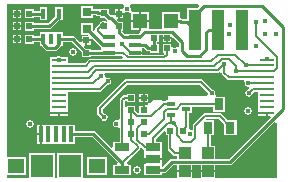
<source format=gbl>
G04 ================== begin FILE IDENTIFICATION RECORD ==================*
G04 Layout Name:  ETDS_PCB_AN_V1_2.brd*
G04 Film Name:    BOTTOM*
G04 File Format:  Gerber RS274X*
G04 File Origin:  Cadence Allegro 16.6-S034*
G04 Origin Date:  Mon Mar 16 22:09:46 2015*
G04 *
G04 Layer:  VIA CLASS/BOTTOM*
G04 Layer:  PIN/BOTTOM*
G04 Layer:  ETCH/BOTTOM*
G04 *
G04 Offset:    (0.00 0.00)*
G04 Mirror:    No*
G04 Mode:      Positive*
G04 Rotation:  0*
G04 FullContactRelief:  No*
G04 UndefLineWidth:     5.00*
G04 ================== end FILE IDENTIFICATION RECORD ====================*
%FSLAX25Y25*MOIN*%
%IR0*IPPOS*OFA0.00000B0.00000*MIA0B0*SFA1.00000B1.00000*%
%ADD11C,.016*%
%ADD25R,.03937X.138*%
%ADD13R,.0748X.0748*%
%ADD19R,.04X.012*%
%ADD14R,.05X.01*%
%ADD21R,.05X.05*%
%ADD23R,.0315X.04*%
%ADD16R,.016X.036*%
%ADD20R,.028X.028*%
%ADD18R,.019X.019*%
%ADD17R,.049X.025*%
%ADD12R,.019X.019*%
%ADD24R,.025X.01574*%
%ADD22R,.039X.039*%
%ADD15R,.01574X.05314*%
%ADD10R,.05709X.05118*%
%ADD26C,.01*%
%ADD27C,.005*%
%ADD28C,.008*%
%ADD30C,.02604*%
%ADD31R,.06712X.0612*%
%ADD29R,.02904X.02904*%
G75*
%LPD*%
G75*
G36*
G01X749851Y1654901D02*
Y1655790D01*
X755956D01*
Y1661910D01*
X749851D01*
Y1712699D01*
X788525D01*
G02X788827Y1712038I-1J-400D01*
G03X788512Y1711243I986J-851D01*
G01X788504Y1711052D01*
X785648D01*
Y1709233D01*
G02X784966Y1708951I-400J1D01*
G01X784873Y1709044D01*
X784273D01*
X783652Y1709665D01*
Y1711152D01*
X780748D01*
Y1711101D01*
G02X780407Y1710959I-200J0D01*
G01X780265Y1711102D01*
X778302D01*
Y1712002D01*
X774498D01*
Y1708198D01*
X778302D01*
Y1709098D01*
X779435D01*
X779835Y1708698D01*
X780748D01*
Y1708248D01*
X782235D01*
X783191Y1707293D01*
G02X783049Y1706952I-142J-141D01*
G01X782771D01*
G03X782100Y1707252I-672J-602D01*
G01X781477D01*
X781177Y1706952D01*
X780748D01*
Y1706523D01*
X779148Y1704922D01*
Y1704134D01*
G02X778465Y1703852I-400J1D01*
G01X778302Y1704015D01*
Y1706402D01*
X774498D01*
Y1702598D01*
X776885D01*
X776991Y1702493D01*
G02X776849Y1702152I-142J-141D01*
G01X774748D01*
Y1700333D01*
G02X774066Y1700051I-400J1D01*
G01X772115Y1702002D01*
X768329D01*
Y1703302D01*
X760607D01*
Y1702002D01*
X758652D01*
Y1702452D01*
X755748D01*
Y1699548D01*
X758652D01*
Y1699998D01*
X760607D01*
Y1698698D01*
X761339D01*
X762838Y1697198D01*
X766098D01*
X767597Y1698698D01*
X768329D01*
Y1699998D01*
X771285D01*
X774748Y1696535D01*
Y1695048D01*
X777652D01*
Y1695498D01*
X781098D01*
Y1695398D01*
X786102D01*
Y1695598D01*
X788154D01*
X788468Y1695284D01*
G02X788185Y1694602I-283J-282D01*
G01X777127D01*
X775624Y1693098D01*
X769952D01*
Y1695168D01*
X767766D01*
G03X766102I-832J-1002D01*
G01X763948D01*
Y1675444D01*
X769952D01*
Y1683420D01*
X780994D01*
X783239Y1685664D01*
X783317Y1685667D01*
G03X782802Y1688184I-49J1301D01*
G02X782269Y1688647I-143J373D01*
G03X782253Y1689290I-1269J290D01*
G02X782638Y1689798I385J108D01*
G01X820373D01*
X820590Y1690015D01*
G02X821272Y1689732I282J-283D01*
G01Y1689553D01*
X823368Y1687458D01*
X828530D01*
G02X828899Y1686903I0J-400D01*
G03X830145Y1685099I1201J-503D01*
G02X830441Y1684416I13J-400D01*
G01X830329Y1684304D01*
X830251Y1684301D01*
G03X831601Y1682951I49J-1301D01*
G01X831604Y1683029D01*
X832094Y1683520D01*
X833298D01*
Y1675544D01*
X837362D01*
G02X837644Y1674861I-1J-400D01*
G01X823785Y1661002D01*
X819252D01*
Y1665452D01*
X817702D01*
Y1668960D01*
X818816D01*
Y1673964D01*
X816151D01*
G02X816010Y1674305I0J200D01*
G01X816203Y1674498D01*
X820334D01*
X822144Y1672689D01*
Y1668960D01*
X826296D01*
Y1673964D01*
X823418D01*
X821080Y1676302D01*
X815457D01*
X811668Y1672513D01*
Y1671004D01*
G02X811135Y1670627I-400J0D01*
G03X810732Y1670702I-437J-1227D01*
G02X810414Y1671330I10J400D01*
G01Y1673888D01*
X810498Y1673972D01*
Y1675831D01*
X810414Y1675915D01*
Y1676340D01*
X811264D01*
Y1678434D01*
X818404D01*
Y1676834D01*
X822556D01*
Y1681838D01*
X819573D01*
G02X819219Y1682424I0J400D01*
G03X818117Y1684333I-1151J608D01*
G01X818039Y1684336D01*
X814673Y1687702D01*
X789127D01*
X779884Y1678458D01*
Y1676015D01*
X780896Y1675002D01*
X780899Y1674924D01*
G03X782249Y1676274I1301J49D01*
G01X782171Y1676277D01*
X781686Y1676761D01*
Y1677712D01*
X789873Y1685898D01*
X813927D01*
X816764Y1683061D01*
X816767Y1682983D01*
G03X816824Y1682648I1301J49D01*
G02X816442Y1682130I-382J-118D01*
G01X803637D01*
G03X803354Y1681448I0J-400D01*
G01X803576Y1681226D01*
G02X803434Y1680884I-141J-142D01*
G01X802642D01*
Y1680498D01*
X801754D01*
X801422Y1680830D01*
X798555D01*
X797423Y1679698D01*
X796752D01*
Y1682952D01*
X793848D01*
Y1680048D01*
X796652D01*
Y1679148D01*
X795023D01*
X794726Y1678852D01*
X793848D01*
Y1676452D01*
X793323D01*
X792552Y1677223D01*
Y1678852D01*
X789648D01*
Y1678690D01*
X789448Y1678490D01*
G03X789375Y1678477I-2J-200D01*
G01X789340Y1678463D01*
X789102D01*
Y1680377D01*
X789323Y1680598D01*
X789648D01*
Y1680048D01*
X792552D01*
Y1682952D01*
X789648D01*
Y1682402D01*
X788577D01*
X787298Y1681123D01*
Y1674424D01*
G02X786746Y1674054I-400J0D01*
G03Y1671646I-496J-1204D01*
G02X787298Y1671276I152J-370D01*
G01Y1666752D01*
X785248D01*
Y1665103D01*
G02X784566Y1664821I-400J1D01*
G01X779005Y1670382D01*
X772509D01*
Y1672539D01*
X759691D01*
Y1666221D01*
X772509D01*
Y1668378D01*
X778175D01*
X786599Y1659954D01*
G02X786317Y1659272I-283J-282D01*
G01X785248D01*
Y1655768D01*
X791152D01*
Y1659272D01*
X789942D01*
G02X789659Y1659954I0J400D01*
G01X794252Y1664547D01*
Y1664691D01*
G02X794593Y1664832I200J0D01*
G01X795327Y1664098D01*
X795548D01*
Y1655768D01*
X801452D01*
Y1656518D01*
X802565D01*
X805045Y1658998D01*
X806548D01*
Y1654901D01*
X775022D01*
Y1663092D01*
X766538D01*
Y1654901D01*
X765662D01*
Y1663092D01*
X757178D01*
Y1654901D01*
X749851D01*
G37*
G36*
G01X777652Y1697502D02*
Y1697952D01*
X776165D01*
X775551Y1698566D01*
G02X775833Y1699248I283J282D01*
G01X777652D01*
Y1700867D01*
G02X778334Y1701149I400J-1D01*
G01X781098Y1698385D01*
Y1697502D01*
X777652D01*
G37*
G36*
G01X801452Y1658522D02*
Y1666752D01*
X799402D01*
Y1667706D01*
X802066Y1670370D01*
G02X802748Y1670087I282J-283D01*
G01Y1669148D01*
X803298D01*
Y1664277D01*
X805477Y1662098D01*
X806548D01*
Y1661002D01*
X804215D01*
X801735Y1658522D01*
X801452D01*
G37*
G36*
G01X794902Y1695902D02*
Y1698098D01*
X795235D01*
X796335Y1696998D01*
X797448D01*
Y1696548D01*
X800352D01*
Y1699452D01*
X799902D01*
Y1700048D01*
X800352D01*
Y1702598D01*
X801648D01*
Y1700048D01*
X804552D01*
Y1701367D01*
G02X805234Y1701649I400J-1D01*
G01X807098Y1699785D01*
Y1698656D01*
G02X806512Y1698302I-400J0D01*
G03X805176Y1698228I-606J-1152D01*
G02X804552Y1698559I-224J331D01*
G01Y1699452D01*
X801648D01*
Y1696548D01*
X802198D01*
Y1696223D01*
X801877Y1695902D01*
X794902D01*
G37*
G36*
G01X797002Y1704602D02*
Y1710202D01*
X791411D01*
G02X791036Y1710739I0J400D01*
G03X790799Y1712038I-1223J448D01*
G02X791101Y1712699I303J261D01*
G01X813534D01*
G02X813817Y1712016I0J-400D01*
G01X813402Y1711602D01*
X809878D01*
Y1707902D01*
X808069D01*
X807769Y1708202D01*
X807502D01*
Y1710202D01*
X801498D01*
Y1704602D01*
X797002D01*
G37*
G36*
G01X789065Y1702702D02*
X788102Y1703665D01*
Y1703948D01*
X788552D01*
Y1706852D01*
X787065D01*
X786451Y1707466D01*
G02X786733Y1708148I283J282D01*
G01X788552D01*
Y1709719D01*
G02X789154Y1710064I400J0D01*
G03X790414Y1710032I659J1123D01*
G02X790998Y1709677I184J-355D01*
G01Y1704198D01*
X793917D01*
G02X794199Y1703516I-1J-400D01*
G01X793485Y1702802D01*
X789898D01*
Y1702702D01*
X789065D01*
G37*
G36*
G01X811452Y1654901D02*
Y1658998D01*
X814348D01*
Y1654901D01*
X811452D01*
G37*
G36*
G01X819252D02*
Y1658998D01*
X824615D01*
X838917Y1673301D01*
G02X839600Y1673018I283J-283D01*
G01Y1654901D01*
X819252D01*
G37*
%LPC*%
G75*
G36*
G01X763210Y1711902D02*
Y1707298D01*
X760608D01*
Y1708598D01*
X758652D01*
Y1708148D01*
X755748D01*
Y1711052D01*
X758652D01*
Y1710602D01*
X760608D01*
Y1711902D01*
X763210D01*
G37*
G36*
G01X758652Y1704398D02*
Y1703948D01*
X755748D01*
Y1706852D01*
X758652D01*
Y1706402D01*
X763412D01*
X765726Y1708715D01*
Y1711902D01*
X768328D01*
Y1707298D01*
X767142D01*
X764242Y1704398D01*
X758652D01*
G37*
G54D30*
X757400Y1672800D03*
X771900Y1696800D03*
X793000Y1657400D03*
X830200Y1677000D03*
G54D31*
X779600Y1658850D03*
G54D29*
X753000Y1705400D03*
Y1709600D03*
Y1701000D03*
%LPD*%
G75*
G54D10*
X752600Y1658850D03*
X779600D03*
G54D20*
X776400Y1710100D03*
Y1704500D03*
G54D11*
X751900Y1664600D03*
X753000Y1701000D03*
Y1705400D03*
Y1709600D03*
X757400Y1672800D03*
X766934Y1694166D03*
X757400Y1692800D03*
X767027Y1709627D03*
X764468Y1700932D03*
X786250Y1672850D03*
X782200Y1674973D03*
X771900Y1696800D03*
X781000Y1688937D03*
X783268Y1686968D03*
X787100Y1709600D03*
X783700Y1701800D03*
X793000Y1657400D03*
X795300Y1660100D03*
X800000Y1685000D03*
X789813Y1711187D03*
X797600Y1708600D03*
X788100Y1699400D03*
X809000Y1657000D03*
X816800D03*
X810700Y1669400D03*
X818068Y1683032D03*
X805906Y1697150D03*
X808400Y1708700D03*
X829200Y1657400D03*
X830200Y1677000D03*
X829600Y1671600D03*
X830300Y1683000D03*
X832679Y1698721D03*
X826200Y1690300D03*
X822174Y1692874D03*
X830100Y1686400D03*
X829500Y1692300D03*
X823800Y1702900D03*
X824100Y1705800D03*
X832710Y1706848D03*
X836300Y1694300D03*
X839400Y1702900D03*
X835600D03*
Y1707100D03*
G54D12*
X753000Y1701000D03*
Y1709600D03*
Y1705400D03*
X757200Y1701000D03*
Y1709600D03*
Y1705400D03*
X795300Y1681500D03*
X791100D03*
Y1669400D03*
X795300D03*
Y1673500D03*
X791100D03*
X795300Y1677400D03*
X791100D03*
X798900Y1698000D03*
Y1701500D03*
X808400Y1670600D03*
X804200D03*
X803100Y1698000D03*
Y1701500D03*
G54D21*
X794000Y1707200D03*
X804500D03*
G54D22*
X816800Y1657000D03*
Y1663000D03*
X809000Y1657000D03*
Y1663000D03*
G54D13*
X770780Y1658850D03*
X761420D03*
G54D23*
X816740Y1671462D03*
X820480Y1679336D03*
X824220Y1671462D03*
G54D14*
X766950Y1676445D03*
Y1678414D03*
Y1680383D03*
Y1682352D03*
Y1684321D03*
Y1686290D03*
Y1688259D03*
Y1690228D03*
Y1692197D03*
Y1694166D03*
X836300Y1676545D03*
Y1678514D03*
Y1680483D03*
Y1682452D03*
Y1684421D03*
Y1686390D03*
Y1688359D03*
Y1690328D03*
Y1692297D03*
Y1694266D03*
G54D15*
X771220Y1669380D03*
X760980D03*
X768650D03*
X763540D03*
X766100D03*
G54D24*
X809512Y1677628D03*
X804394Y1679596D03*
Y1675660D03*
G54D16*
X767027Y1709600D03*
X761909D03*
Y1701000D03*
X764468D03*
X767027D03*
G54D25*
X812348Y1704200D03*
X828096D03*
X820222D03*
G54D26*
G01X761909Y1701000D02*
Y1699544D01*
X763253Y1698200D01*
X765683D01*
X767027Y1699544D01*
Y1701000D01*
G01X757200Y1705400D02*
X763827D01*
X767027Y1708600D01*
Y1709600D01*
G01X757200D02*
X761909D01*
G01X767027Y1701000D02*
X771700D01*
X776200Y1696500D01*
G01X757200Y1701000D02*
X761909D01*
G01X788200Y1659770D02*
X778590Y1669380D01*
X771220D01*
G01X783600Y1696500D02*
X776200D01*
G01X776400Y1710100D02*
X779850D01*
X780250Y1709700D01*
X782200D01*
G01D02*
X783858Y1708042D01*
X784458D01*
X787100Y1705400D01*
G01X776400Y1704500D02*
X781800Y1699100D01*
X783600D01*
G01X788200Y1657520D02*
Y1659770D01*
G01X798500Y1657520D02*
X802150D01*
X804630Y1660000D01*
X824200D01*
X841900Y1677700D01*
Y1705100D01*
X834800Y1712200D01*
X815417D01*
X812348Y1709131D01*
Y1704200D01*
G01X798900Y1698000D02*
Y1701500D01*
G01X792400Y1699100D02*
X795650D01*
X796750Y1698000D01*
X798900D01*
G01X820222Y1704200D02*
X817054D01*
X816200Y1703346D01*
Y1697768D01*
X813932Y1695500D01*
X809800D01*
X808100Y1697200D01*
Y1700200D01*
X804700Y1703600D01*
X795700D01*
X793800Y1701700D01*
X792400D01*
G01X787100Y1705400D02*
Y1703250D01*
X788650Y1701700D01*
X792400D01*
G01X804500Y1707200D02*
X807354D01*
X807654Y1706900D01*
X809648D01*
X812348Y1704200D01*
G54D17*
X788200Y1665000D03*
Y1657520D03*
X798500D03*
Y1661260D03*
Y1665000D03*
G54D27*
G01X753000Y1699348D02*
Y1701000D01*
G01D02*
Y1702652D01*
G01X751348Y1701000D02*
X753000D01*
G01D02*
X754652D01*
G01X753000Y1707948D02*
Y1709600D01*
G01D02*
Y1711252D01*
G01X751348Y1709600D02*
X753000D01*
G01D02*
X754652D01*
G01X753000Y1703748D02*
Y1705400D01*
G01D02*
Y1707052D01*
G01X751348Y1705400D02*
X753000D01*
G01D02*
X754652D01*
G01X760980Y1666021D02*
Y1669380D01*
G01X766950Y1675243D02*
Y1676445D01*
G01X763748D02*
X766950D01*
G01D02*
X770152D01*
G01X760980Y1669380D02*
Y1672739D01*
G01X759491Y1669380D02*
X760980D01*
G01X776200Y1699048D02*
Y1700700D01*
G01X774548D02*
X776200D01*
G01D02*
X777852D01*
G01X785448Y1709600D02*
X787100D01*
G01X795348Y1661260D02*
X798500D01*
G01D02*
X801652D01*
G01X795300Y1681500D02*
Y1683152D01*
G01X793648Y1681500D02*
X795300D01*
G01D02*
X796952D01*
G01X797439Y1696500D02*
X792400D01*
G01X801448Y1701500D02*
X803100D01*
G01X794000Y1703998D02*
Y1707200D01*
G01D02*
Y1710402D01*
G01X790798Y1707200D02*
X794000D01*
G01D02*
X797202D01*
G01X787100Y1707948D02*
Y1709600D01*
G01D02*
Y1711252D01*
G01Y1709600D02*
X788752D01*
G01X814148Y1657000D02*
X816800D01*
G01D02*
X819452D01*
G01X806348D02*
X809000D01*
G01D02*
X811652D01*
G01X803100Y1699848D02*
Y1701500D01*
G01D02*
X804752D01*
G01X833098Y1676545D02*
X836300D01*
G01Y1675343D02*
Y1676545D01*
G54D18*
X776200Y1696500D03*
X782200Y1709700D03*
Y1705500D03*
X776200Y1700700D03*
X787100Y1709600D03*
Y1705400D03*
G54D28*
G01X766950Y1694166D02*
X766934D01*
G01X826200Y1690300D02*
Y1692000D01*
X823626Y1694574D01*
X821274D01*
X818900Y1692200D01*
X778800D01*
X776828Y1690228D01*
X766950D01*
G01X781000Y1688937D02*
X778353Y1686290D01*
X766950D01*
G01X822174Y1692874D02*
X820000Y1690700D01*
X779500D01*
X777059Y1688259D01*
X766950D01*
G01Y1692197D02*
X775997D01*
X777500Y1693700D01*
X817800D01*
X819974Y1695874D01*
X825926D01*
X829500Y1692300D01*
G01X783268Y1686968D02*
X780621Y1684321D01*
X766950D01*
G01X767027Y1709600D02*
Y1709627D01*
G01X764468Y1701000D02*
Y1700932D01*
G01X818068Y1683032D02*
X814300Y1686800D01*
X789500D01*
X780785Y1678085D01*
Y1676388D01*
X782200Y1674973D01*
G01X803100Y1698000D02*
Y1695850D01*
X802250Y1695000D01*
X790027D01*
X788527Y1696500D01*
X783600D01*
G01X782200Y1705500D02*
Y1706250D01*
X782100Y1706350D01*
X781850D01*
X780049Y1704549D01*
Y1703851D01*
X782200Y1701700D01*
X783600D01*
G01X788200Y1659770D02*
X793350Y1664920D01*
Y1665300D01*
X791100Y1667550D01*
Y1669400D01*
G01X798500Y1665000D02*
Y1668079D01*
X803551Y1673130D01*
X805799D01*
X805899Y1673230D01*
Y1673579D01*
X804394D01*
G01X795300Y1673500D02*
X793200Y1671400D01*
Y1667500D01*
X795700Y1665000D01*
X798500D01*
G01X788200D02*
Y1680750D01*
X788950Y1681500D01*
X791100D01*
G01Y1677400D02*
X792950Y1675550D01*
X797898D01*
X801944Y1679596D01*
X804394D01*
G01X791100Y1673500D02*
Y1677400D01*
G01Y1669400D02*
Y1673500D01*
G01X795300Y1681500D02*
Y1677400D01*
G01X820480Y1679336D02*
X807910D01*
X806274Y1677700D01*
X803124D01*
X802244Y1676820D01*
Y1674444D01*
X797200Y1669400D01*
X795300D01*
G01X788100Y1699400D02*
X791000Y1696500D01*
X792400D01*
G01X816800Y1663000D02*
Y1668502D01*
X816740Y1668562D01*
Y1671462D01*
G01X809000Y1663000D02*
X805850D01*
X804200Y1664650D01*
Y1670600D01*
G01X808400D02*
X809512Y1671712D01*
Y1677628D01*
G01X824220Y1671462D02*
Y1671887D01*
X820707Y1675400D01*
X815830D01*
X812570Y1672140D01*
Y1668270D01*
X811100Y1666800D01*
X808500D01*
X806300Y1669000D01*
Y1671673D01*
X804394Y1673579D01*
G01D02*
Y1675660D01*
G01X826200Y1690300D02*
X826228Y1690328D01*
X836300D01*
G01X822174Y1692874D02*
Y1689926D01*
X823741Y1688359D01*
X836300D01*
G01X830100Y1686400D02*
X830110Y1686390D01*
X836300D01*
G01X829500Y1692300D02*
X829503Y1692297D01*
X836300D01*
G01X830300Y1683000D02*
X831721Y1684421D01*
X836300D01*
G01X832710Y1706848D02*
Y1702129D01*
X839700Y1695139D01*
Y1691424D01*
X838604Y1690328D01*
X836300D01*
G01Y1694266D02*
Y1694300D01*
G54D19*
X783600Y1696500D03*
Y1701700D03*
Y1699100D03*
X792400Y1696500D03*
Y1699100D03*
Y1701700D03*
M02*

</source>
